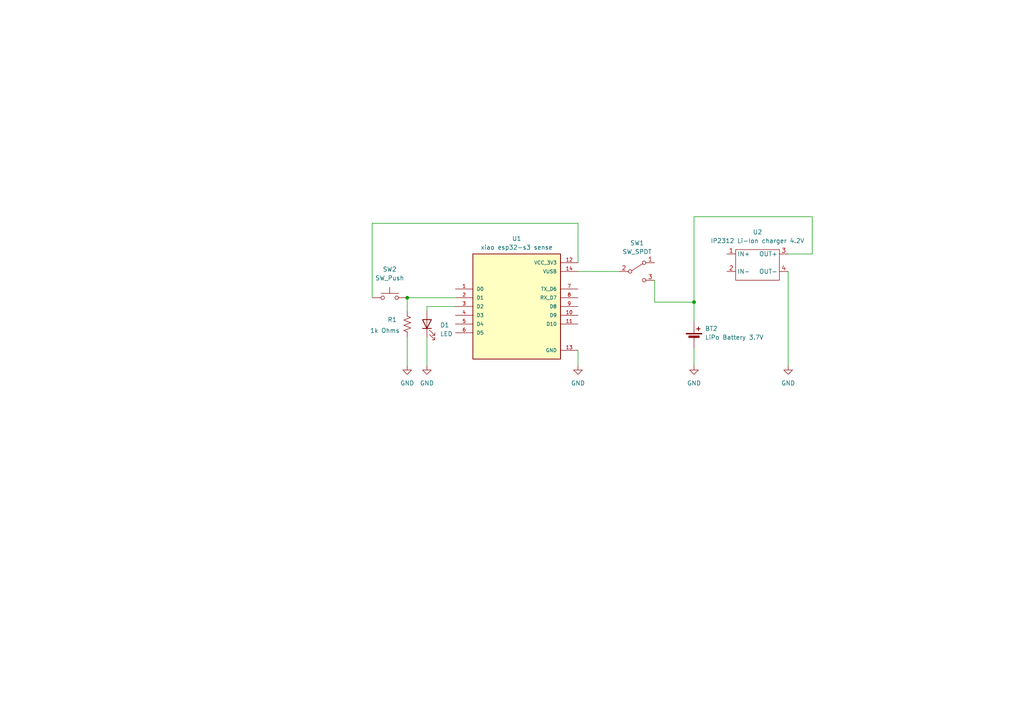
<source format=kicad_sch>
(kicad_sch (version 20230121) (generator eeschema)

  (uuid 219c9ea1-9413-4873-ad3f-3b11d0c39f76)

  (paper "A4")

  (lib_symbols
    (symbol "113991054:113991054" (pin_names (offset 1.016)) (in_bom yes) (on_board yes)
      (property "Reference" "U" (at -12.7 16.002 0)
        (effects (font (size 1.27 1.27)) (justify left bottom))
      )
      (property "Value" "113991054" (at -12.7 -17.78 0)
        (effects (font (size 1.27 1.27)) (justify left bottom))
      )
      (property "Footprint" "113991054:MODULE_113991054" (at 0 0 0)
        (effects (font (size 1.27 1.27)) (justify bottom) hide)
      )
      (property "Datasheet" "" (at 0 0 0)
        (effects (font (size 1.27 1.27)) hide)
      )
      (property "MF" "Seeed Technology Co., Ltd" (at 0 0 0)
        (effects (font (size 1.27 1.27)) (justify bottom) hide)
      )
      (property "MAXIMUM_PACKAGE_HEIGHT" "N/A" (at 0 0 0)
        (effects (font (size 1.27 1.27)) (justify bottom) hide)
      )
      (property "Package" "None" (at 0 0 0)
        (effects (font (size 1.27 1.27)) (justify bottom) hide)
      )
      (property "Price" "None" (at 0 0 0)
        (effects (font (size 1.27 1.27)) (justify bottom) hide)
      )
      (property "Check_prices" "https://www.snapeda.com/parts/113991054/Seeed+Studio/view-part/?ref=eda" (at 0 0 0)
        (effects (font (size 1.27 1.27)) (justify bottom) hide)
      )
      (property "STANDARD" "Manufacturer Recommendations" (at 0 0 0)
        (effects (font (size 1.27 1.27)) (justify bottom) hide)
      )
      (property "PARTREV" "23/05/2022" (at 0 0 0)
        (effects (font (size 1.27 1.27)) (justify bottom) hide)
      )
      (property "SnapEDA_Link" "https://www.snapeda.com/parts/113991054/Seeed+Studio/view-part/?ref=snap" (at 0 0 0)
        (effects (font (size 1.27 1.27)) (justify bottom) hide)
      )
      (property "MP" "113991054" (at 0 0 0)
        (effects (font (size 1.27 1.27)) (justify bottom) hide)
      )
      (property "Purchase-URL" "https://www.snapeda.com/api/url_track_click_mouser/?unipart_id=12200757&manufacturer=Seeed Technology Co., Ltd&part_name=113991054&search_term=None" (at 0 0 0)
        (effects (font (size 1.27 1.27)) (justify bottom) hide)
      )
      (property "Description" "\n                        \n                            - ESP32-C3 Transceiver; 802.11 a/b/g/n (Wi-Fi, WiFi, WLAN), Bluetooth® Smart 4.x Low Energy (BLE) 2.4GHz Evaluation Board\n                        \n" (at 0 0 0)
        (effects (font (size 1.27 1.27)) (justify bottom) hide)
      )
      (property "SNAPEDA_PN" "113991054" (at 0 0 0)
        (effects (font (size 1.27 1.27)) (justify bottom) hide)
      )
      (property "Availability" "In Stock" (at 0 0 0)
        (effects (font (size 1.27 1.27)) (justify bottom) hide)
      )
      (property "MANUFACTURER" "Seeed Technology" (at 0 0 0)
        (effects (font (size 1.27 1.27)) (justify bottom) hide)
      )
      (symbol "113991054_0_0"
        (rectangle (start -12.7 -15.24) (end 12.7 15.24)
          (stroke (width 0.254) (type default))
          (fill (type background))
        )
        (pin bidirectional line (at -17.78 5.08 0) (length 5.08)
          (name "D0" (effects (font (size 1.016 1.016))))
          (number "1" (effects (font (size 1.016 1.016))))
        )
        (pin bidirectional line (at 17.78 -2.54 180) (length 5.08)
          (name "D9" (effects (font (size 1.016 1.016))))
          (number "10" (effects (font (size 1.016 1.016))))
        )
        (pin bidirectional line (at 17.78 -5.08 180) (length 5.08)
          (name "D10" (effects (font (size 1.016 1.016))))
          (number "11" (effects (font (size 1.016 1.016))))
        )
        (pin power_in line (at 17.78 12.7 180) (length 5.08)
          (name "VCC_3V3" (effects (font (size 1.016 1.016))))
          (number "12" (effects (font (size 1.016 1.016))))
        )
        (pin power_in line (at 17.78 -12.7 180) (length 5.08)
          (name "GND" (effects (font (size 1.016 1.016))))
          (number "13" (effects (font (size 1.016 1.016))))
        )
        (pin power_in line (at 17.78 10.16 180) (length 5.08)
          (name "VUSB" (effects (font (size 1.016 1.016))))
          (number "14" (effects (font (size 1.016 1.016))))
        )
        (pin bidirectional line (at -17.78 2.54 0) (length 5.08)
          (name "D1" (effects (font (size 1.016 1.016))))
          (number "2" (effects (font (size 1.016 1.016))))
        )
        (pin bidirectional line (at -17.78 0 0) (length 5.08)
          (name "D2" (effects (font (size 1.016 1.016))))
          (number "3" (effects (font (size 1.016 1.016))))
        )
        (pin bidirectional line (at -17.78 -2.54 0) (length 5.08)
          (name "D3" (effects (font (size 1.016 1.016))))
          (number "4" (effects (font (size 1.016 1.016))))
        )
        (pin bidirectional line (at -17.78 -5.08 0) (length 5.08)
          (name "D4" (effects (font (size 1.016 1.016))))
          (number "5" (effects (font (size 1.016 1.016))))
        )
        (pin bidirectional line (at -17.78 -7.62 0) (length 5.08)
          (name "D5" (effects (font (size 1.016 1.016))))
          (number "6" (effects (font (size 1.016 1.016))))
        )
        (pin bidirectional line (at 17.78 5.08 180) (length 5.08)
          (name "TX_D6" (effects (font (size 1.016 1.016))))
          (number "7" (effects (font (size 1.016 1.016))))
        )
        (pin bidirectional line (at 17.78 2.54 180) (length 5.08)
          (name "RX_D7" (effects (font (size 1.016 1.016))))
          (number "8" (effects (font (size 1.016 1.016))))
        )
        (pin bidirectional line (at 17.78 0 180) (length 5.08)
          (name "D8" (effects (font (size 1.016 1.016))))
          (number "9" (effects (font (size 1.016 1.016))))
        )
      )
    )
    (symbol "Device:Battery_Cell" (pin_numbers hide) (pin_names (offset 0) hide) (in_bom yes) (on_board yes)
      (property "Reference" "BT" (at 2.54 2.54 0)
        (effects (font (size 1.27 1.27)) (justify left))
      )
      (property "Value" "Battery_Cell" (at 2.54 0 0)
        (effects (font (size 1.27 1.27)) (justify left))
      )
      (property "Footprint" "" (at 0 1.524 90)
        (effects (font (size 1.27 1.27)) hide)
      )
      (property "Datasheet" "~" (at 0 1.524 90)
        (effects (font (size 1.27 1.27)) hide)
      )
      (property "ki_keywords" "battery cell" (at 0 0 0)
        (effects (font (size 1.27 1.27)) hide)
      )
      (property "ki_description" "Single-cell battery" (at 0 0 0)
        (effects (font (size 1.27 1.27)) hide)
      )
      (symbol "Battery_Cell_0_1"
        (rectangle (start -2.286 1.778) (end 2.286 1.524)
          (stroke (width 0) (type default))
          (fill (type outline))
        )
        (rectangle (start -1.524 1.016) (end 1.524 0.508)
          (stroke (width 0) (type default))
          (fill (type outline))
        )
        (polyline
          (pts
            (xy 0 0.762)
            (xy 0 0)
          )
          (stroke (width 0) (type default))
          (fill (type none))
        )
        (polyline
          (pts
            (xy 0 1.778)
            (xy 0 2.54)
          )
          (stroke (width 0) (type default))
          (fill (type none))
        )
        (polyline
          (pts
            (xy 0.762 3.048)
            (xy 1.778 3.048)
          )
          (stroke (width 0.254) (type default))
          (fill (type none))
        )
        (polyline
          (pts
            (xy 1.27 3.556)
            (xy 1.27 2.54)
          )
          (stroke (width 0.254) (type default))
          (fill (type none))
        )
      )
      (symbol "Battery_Cell_1_1"
        (pin passive line (at 0 5.08 270) (length 2.54)
          (name "+" (effects (font (size 1.27 1.27))))
          (number "1" (effects (font (size 1.27 1.27))))
        )
        (pin passive line (at 0 -2.54 90) (length 2.54)
          (name "-" (effects (font (size 1.27 1.27))))
          (number "2" (effects (font (size 1.27 1.27))))
        )
      )
    )
    (symbol "Device:LED" (pin_numbers hide) (pin_names (offset 1.016) hide) (in_bom yes) (on_board yes)
      (property "Reference" "D" (at 0 2.54 0)
        (effects (font (size 1.27 1.27)))
      )
      (property "Value" "LED" (at 0 -2.54 0)
        (effects (font (size 1.27 1.27)))
      )
      (property "Footprint" "" (at 0 0 0)
        (effects (font (size 1.27 1.27)) hide)
      )
      (property "Datasheet" "~" (at 0 0 0)
        (effects (font (size 1.27 1.27)) hide)
      )
      (property "ki_keywords" "LED diode" (at 0 0 0)
        (effects (font (size 1.27 1.27)) hide)
      )
      (property "ki_description" "Light emitting diode" (at 0 0 0)
        (effects (font (size 1.27 1.27)) hide)
      )
      (property "ki_fp_filters" "LED* LED_SMD:* LED_THT:*" (at 0 0 0)
        (effects (font (size 1.27 1.27)) hide)
      )
      (symbol "LED_0_1"
        (polyline
          (pts
            (xy -1.27 -1.27)
            (xy -1.27 1.27)
          )
          (stroke (width 0.254) (type default))
          (fill (type none))
        )
        (polyline
          (pts
            (xy -1.27 0)
            (xy 1.27 0)
          )
          (stroke (width 0) (type default))
          (fill (type none))
        )
        (polyline
          (pts
            (xy 1.27 -1.27)
            (xy 1.27 1.27)
            (xy -1.27 0)
            (xy 1.27 -1.27)
          )
          (stroke (width 0.254) (type default))
          (fill (type none))
        )
        (polyline
          (pts
            (xy -3.048 -0.762)
            (xy -4.572 -2.286)
            (xy -3.81 -2.286)
            (xy -4.572 -2.286)
            (xy -4.572 -1.524)
          )
          (stroke (width 0) (type default))
          (fill (type none))
        )
        (polyline
          (pts
            (xy -1.778 -0.762)
            (xy -3.302 -2.286)
            (xy -2.54 -2.286)
            (xy -3.302 -2.286)
            (xy -3.302 -1.524)
          )
          (stroke (width 0) (type default))
          (fill (type none))
        )
      )
      (symbol "LED_1_1"
        (pin passive line (at -3.81 0 0) (length 2.54)
          (name "K" (effects (font (size 1.27 1.27))))
          (number "1" (effects (font (size 1.27 1.27))))
        )
        (pin passive line (at 3.81 0 180) (length 2.54)
          (name "A" (effects (font (size 1.27 1.27))))
          (number "2" (effects (font (size 1.27 1.27))))
        )
      )
    )
    (symbol "Device:R_US" (pin_numbers hide) (pin_names (offset 0)) (in_bom yes) (on_board yes)
      (property "Reference" "R" (at 2.54 0 90)
        (effects (font (size 1.27 1.27)))
      )
      (property "Value" "R_US" (at -2.54 0 90)
        (effects (font (size 1.27 1.27)))
      )
      (property "Footprint" "" (at 1.016 -0.254 90)
        (effects (font (size 1.27 1.27)) hide)
      )
      (property "Datasheet" "~" (at 0 0 0)
        (effects (font (size 1.27 1.27)) hide)
      )
      (property "ki_keywords" "R res resistor" (at 0 0 0)
        (effects (font (size 1.27 1.27)) hide)
      )
      (property "ki_description" "Resistor, US symbol" (at 0 0 0)
        (effects (font (size 1.27 1.27)) hide)
      )
      (property "ki_fp_filters" "R_*" (at 0 0 0)
        (effects (font (size 1.27 1.27)) hide)
      )
      (symbol "R_US_0_1"
        (polyline
          (pts
            (xy 0 -2.286)
            (xy 0 -2.54)
          )
          (stroke (width 0) (type default))
          (fill (type none))
        )
        (polyline
          (pts
            (xy 0 2.286)
            (xy 0 2.54)
          )
          (stroke (width 0) (type default))
          (fill (type none))
        )
        (polyline
          (pts
            (xy 0 -0.762)
            (xy 1.016 -1.143)
            (xy 0 -1.524)
            (xy -1.016 -1.905)
            (xy 0 -2.286)
          )
          (stroke (width 0) (type default))
          (fill (type none))
        )
        (polyline
          (pts
            (xy 0 0.762)
            (xy 1.016 0.381)
            (xy 0 0)
            (xy -1.016 -0.381)
            (xy 0 -0.762)
          )
          (stroke (width 0) (type default))
          (fill (type none))
        )
        (polyline
          (pts
            (xy 0 2.286)
            (xy 1.016 1.905)
            (xy 0 1.524)
            (xy -1.016 1.143)
            (xy 0 0.762)
          )
          (stroke (width 0) (type default))
          (fill (type none))
        )
      )
      (symbol "R_US_1_1"
        (pin passive line (at 0 3.81 270) (length 1.27)
          (name "~" (effects (font (size 1.27 1.27))))
          (number "1" (effects (font (size 1.27 1.27))))
        )
        (pin passive line (at 0 -3.81 90) (length 1.27)
          (name "~" (effects (font (size 1.27 1.27))))
          (number "2" (effects (font (size 1.27 1.27))))
        )
      )
    )
    (symbol "Switch:SW_Push" (pin_numbers hide) (pin_names (offset 1.016) hide) (in_bom yes) (on_board yes)
      (property "Reference" "SW" (at 1.27 2.54 0)
        (effects (font (size 1.27 1.27)) (justify left))
      )
      (property "Value" "SW_Push" (at 0 -1.524 0)
        (effects (font (size 1.27 1.27)))
      )
      (property "Footprint" "" (at 0 5.08 0)
        (effects (font (size 1.27 1.27)) hide)
      )
      (property "Datasheet" "~" (at 0 5.08 0)
        (effects (font (size 1.27 1.27)) hide)
      )
      (property "ki_keywords" "switch normally-open pushbutton push-button" (at 0 0 0)
        (effects (font (size 1.27 1.27)) hide)
      )
      (property "ki_description" "Push button switch, generic, two pins" (at 0 0 0)
        (effects (font (size 1.27 1.27)) hide)
      )
      (symbol "SW_Push_0_1"
        (circle (center -2.032 0) (radius 0.508)
          (stroke (width 0) (type default))
          (fill (type none))
        )
        (polyline
          (pts
            (xy 0 1.27)
            (xy 0 3.048)
          )
          (stroke (width 0) (type default))
          (fill (type none))
        )
        (polyline
          (pts
            (xy 2.54 1.27)
            (xy -2.54 1.27)
          )
          (stroke (width 0) (type default))
          (fill (type none))
        )
        (circle (center 2.032 0) (radius 0.508)
          (stroke (width 0) (type default))
          (fill (type none))
        )
        (pin passive line (at -5.08 0 0) (length 2.54)
          (name "1" (effects (font (size 1.27 1.27))))
          (number "1" (effects (font (size 1.27 1.27))))
        )
        (pin passive line (at 5.08 0 180) (length 2.54)
          (name "2" (effects (font (size 1.27 1.27))))
          (number "2" (effects (font (size 1.27 1.27))))
        )
      )
    )
    (symbol "Switch:SW_SPDT" (pin_names (offset 0) hide) (in_bom yes) (on_board yes)
      (property "Reference" "SW" (at 0 4.318 0)
        (effects (font (size 1.27 1.27)))
      )
      (property "Value" "SW_SPDT" (at 0 -5.08 0)
        (effects (font (size 1.27 1.27)))
      )
      (property "Footprint" "" (at 0 0 0)
        (effects (font (size 1.27 1.27)) hide)
      )
      (property "Datasheet" "~" (at 0 0 0)
        (effects (font (size 1.27 1.27)) hide)
      )
      (property "ki_keywords" "switch single-pole double-throw spdt ON-ON" (at 0 0 0)
        (effects (font (size 1.27 1.27)) hide)
      )
      (property "ki_description" "Switch, single pole double throw" (at 0 0 0)
        (effects (font (size 1.27 1.27)) hide)
      )
      (symbol "SW_SPDT_0_0"
        (circle (center -2.032 0) (radius 0.508)
          (stroke (width 0) (type default))
          (fill (type none))
        )
        (circle (center 2.032 -2.54) (radius 0.508)
          (stroke (width 0) (type default))
          (fill (type none))
        )
      )
      (symbol "SW_SPDT_0_1"
        (polyline
          (pts
            (xy -1.524 0.254)
            (xy 1.651 2.286)
          )
          (stroke (width 0) (type default))
          (fill (type none))
        )
        (circle (center 2.032 2.54) (radius 0.508)
          (stroke (width 0) (type default))
          (fill (type none))
        )
      )
      (symbol "SW_SPDT_1_1"
        (pin passive line (at 5.08 2.54 180) (length 2.54)
          (name "A" (effects (font (size 1.27 1.27))))
          (number "1" (effects (font (size 1.27 1.27))))
        )
        (pin passive line (at -5.08 0 0) (length 2.54)
          (name "B" (effects (font (size 1.27 1.27))))
          (number "2" (effects (font (size 1.27 1.27))))
        )
        (pin passive line (at 5.08 -2.54 180) (length 2.54)
          (name "C" (effects (font (size 1.27 1.27))))
          (number "3" (effects (font (size 1.27 1.27))))
        )
      )
    )
    (symbol "li-ion_charger:IP2312_Li-Ion_charger" (in_bom yes) (on_board yes)
      (property "Reference" "U2" (at 6.35 5.08 0)
        (effects (font (size 1.27 1.27)))
      )
      (property "Value" "IP2312 Li-Ion charger" (at 6.35 2.54 0)
        (effects (font (size 1.27 1.27)))
      )
      (property "Footprint" "Battery:BatteryHolder_Keystone_2460_1xAA" (at 0 0 0)
        (effects (font (size 1.27 1.27)) hide)
      )
      (property "Datasheet" "https://content.instructables.com/FS2/HCLI/LSONTNOT/FS2HCLILSONTNOT.pdf" (at 0 0 0)
        (effects (font (size 1.27 1.27)) hide)
      )
      (property "ki_keywords" "IP2312, Li-Ion, Li-Po, battery, charger" (at 0 0 0)
        (effects (font (size 1.27 1.27)) hide)
      )
      (symbol "IP2312_Li-Ion_charger_0_1"
        (rectangle (start 0 0) (end 12.7 -8.89)
          (stroke (width 0) (type default))
          (fill (type none))
        )
      )
      (symbol "IP2312_Li-Ion_charger_1_1"
        (pin input line (at -2.54 -1.27 0) (length 2.54)
          (name "IN+" (effects (font (size 1.27 1.27))))
          (number "1" (effects (font (size 1.27 1.27))))
        )
        (pin input line (at -2.54 -6.35 0) (length 2.54)
          (name "IN-" (effects (font (size 1.27 1.27))))
          (number "2" (effects (font (size 1.27 1.27))))
        )
        (pin output line (at 15.24 -1.27 180) (length 2.54)
          (name "OUT+" (effects (font (size 1.27 1.27))))
          (number "3" (effects (font (size 1.27 1.27))))
        )
        (pin output line (at 15.24 -6.35 180) (length 2.54)
          (name "OUT-" (effects (font (size 1.27 1.27))))
          (number "4" (effects (font (size 1.27 1.27))))
        )
      )
    )
    (symbol "power:GND" (power) (pin_names (offset 0)) (in_bom yes) (on_board yes)
      (property "Reference" "#PWR" (at 0 -6.35 0)
        (effects (font (size 1.27 1.27)) hide)
      )
      (property "Value" "GND" (at 0 -3.81 0)
        (effects (font (size 1.27 1.27)))
      )
      (property "Footprint" "" (at 0 0 0)
        (effects (font (size 1.27 1.27)) hide)
      )
      (property "Datasheet" "" (at 0 0 0)
        (effects (font (size 1.27 1.27)) hide)
      )
      (property "ki_keywords" "global power" (at 0 0 0)
        (effects (font (size 1.27 1.27)) hide)
      )
      (property "ki_description" "Power symbol creates a global label with name \"GND\" , ground" (at 0 0 0)
        (effects (font (size 1.27 1.27)) hide)
      )
      (symbol "GND_0_1"
        (polyline
          (pts
            (xy 0 0)
            (xy 0 -1.27)
            (xy 1.27 -1.27)
            (xy 0 -2.54)
            (xy -1.27 -1.27)
            (xy 0 -1.27)
          )
          (stroke (width 0) (type default))
          (fill (type none))
        )
      )
      (symbol "GND_1_1"
        (pin power_in line (at 0 0 270) (length 0) hide
          (name "GND" (effects (font (size 1.27 1.27))))
          (number "1" (effects (font (size 1.27 1.27))))
        )
      )
    )
  )

  (junction (at 201.295 87.63) (diameter 0) (color 0 0 0 0)
    (uuid 0b4897b8-e919-4703-b16c-16767c941dec)
  )
  (junction (at 118.11 86.36) (diameter 0) (color 0 0 0 0)
    (uuid 2313ea98-21e7-409a-8193-9e7386209f80)
  )

  (wire (pts (xy 167.64 64.77) (xy 167.64 76.2))
    (stroke (width 0) (type default))
    (uuid 05a8d8f4-e389-4afd-a278-8d1d7ae517af)
  )
  (wire (pts (xy 123.825 88.9) (xy 123.825 90.17))
    (stroke (width 0) (type default))
    (uuid 2c0d9465-e524-4644-8f80-488bef5eafc3)
  )
  (wire (pts (xy 118.11 97.79) (xy 118.11 106.045))
    (stroke (width 0) (type default))
    (uuid 344b6f52-fe55-4fd6-8f5d-b5570bd43093)
  )
  (wire (pts (xy 167.64 64.77) (xy 107.95 64.77))
    (stroke (width 0) (type default))
    (uuid 3fe6350f-87c0-4d0d-8dc4-582ca8e1cb40)
  )
  (wire (pts (xy 235.585 62.865) (xy 201.295 62.865))
    (stroke (width 0) (type default))
    (uuid 42f8369a-bd78-409f-b8d3-3e164187d935)
  )
  (wire (pts (xy 201.295 62.865) (xy 201.295 87.63))
    (stroke (width 0) (type default))
    (uuid 4c83a7b7-6675-4b17-ac8e-df7fab5c7e12)
  )
  (wire (pts (xy 228.6 78.74) (xy 228.6 106.045))
    (stroke (width 0) (type default))
    (uuid 76e5040f-c688-4703-ae23-883f3ade987c)
  )
  (wire (pts (xy 132.08 88.9) (xy 123.825 88.9))
    (stroke (width 0) (type default))
    (uuid 7f521424-96a9-4868-b70b-129381527b96)
  )
  (wire (pts (xy 132.08 86.36) (xy 118.11 86.36))
    (stroke (width 0) (type default))
    (uuid 88b59448-8a05-4c2f-aa41-ca36c55ff730)
  )
  (wire (pts (xy 189.865 81.28) (xy 189.865 87.63))
    (stroke (width 0) (type default))
    (uuid b15bfe77-497d-43bc-ae6f-47f2ddc7f382)
  )
  (wire (pts (xy 167.64 78.74) (xy 179.705 78.74))
    (stroke (width 0) (type default))
    (uuid b8104ee0-5380-4d98-b7e2-2483cbac1da2)
  )
  (wire (pts (xy 235.585 73.66) (xy 235.585 62.865))
    (stroke (width 0) (type default))
    (uuid b97aaa9e-3894-4bbf-a14c-0ae7b2fc268a)
  )
  (wire (pts (xy 201.295 87.63) (xy 189.865 87.63))
    (stroke (width 0) (type default))
    (uuid ba844b3e-6f51-4759-ab5c-70319bae3856)
  )
  (wire (pts (xy 118.11 86.36) (xy 118.11 90.17))
    (stroke (width 0) (type default))
    (uuid bce36dc8-4032-44c9-9c11-26ed8b67c154)
  )
  (wire (pts (xy 228.6 73.66) (xy 235.585 73.66))
    (stroke (width 0) (type default))
    (uuid c16aba21-a4e5-4cd3-86f6-29c1276e5f14)
  )
  (wire (pts (xy 201.295 93.345) (xy 201.295 87.63))
    (stroke (width 0) (type default))
    (uuid c2cb0706-d697-4fdc-a417-f3b6bf76064f)
  )
  (wire (pts (xy 107.95 64.77) (xy 107.95 86.36))
    (stroke (width 0) (type default))
    (uuid d038694e-ef2f-4672-9eb9-877a671cf500)
  )
  (wire (pts (xy 167.64 101.6) (xy 167.64 106.045))
    (stroke (width 0) (type default))
    (uuid e020ebd4-15e9-4b17-b66a-a55eba5def3e)
  )
  (wire (pts (xy 123.825 97.79) (xy 123.825 106.045))
    (stroke (width 0) (type default))
    (uuid e1af8d60-c8f8-4ca6-bcab-bed4c6a0db90)
  )
  (wire (pts (xy 201.295 100.965) (xy 201.295 106.045))
    (stroke (width 0) (type default))
    (uuid e2c9f9cf-64e8-4bcb-bfcc-d39e83f378d3)
  )

  (symbol (lib_id "li-ion_charger:IP2312_Li-Ion_charger") (at 213.36 72.39 0) (unit 1)
    (in_bom yes) (on_board yes) (dnp no) (fields_autoplaced)
    (uuid 093e5be7-f790-4718-ba14-c0d5fd5d0175)
    (property "Reference" "U2" (at 219.71 67.31 0)
      (effects (font (size 1.27 1.27)))
    )
    (property "Value" "IP2312 Li-Ion charger 4.2V" (at 219.71 69.85 0)
      (effects (font (size 1.27 1.27)))
    )
    (property "Footprint" "Battery:BatteryHolder_Keystone_2460_1xAA" (at 213.36 72.39 0)
      (effects (font (size 1.27 1.27)) hide)
    )
    (property "Datasheet" "https://content.instructables.com/FS2/HCLI/LSONTNOT/FS2HCLILSONTNOT.pdf" (at 213.36 72.39 0)
      (effects (font (size 1.27 1.27)) hide)
    )
    (pin "1" (uuid dd80938c-3733-4b94-a2b4-d505fc54e475))
    (pin "2" (uuid 386560b3-964f-4124-b167-bfdf00ab2832))
    (pin "3" (uuid 58b4e54b-5490-4a8f-bf4e-f94e1b54a217))
    (pin "4" (uuid ebfba640-3b20-45ab-aba3-2dc9eac8196e))
    (instances
      (project "yay"
        (path "/219c9ea1-9413-4873-ad3f-3b11d0c39f76"
          (reference "U2") (unit 1)
        )
      )
    )
  )

  (symbol (lib_id "Device:LED") (at 123.825 93.98 90) (unit 1)
    (in_bom yes) (on_board yes) (dnp no) (fields_autoplaced)
    (uuid 127d2ca4-b89b-4fd5-8b20-31064c37cca3)
    (property "Reference" "D1" (at 127.635 94.2975 90)
      (effects (font (size 1.27 1.27)) (justify right))
    )
    (property "Value" "LED" (at 127.635 96.8375 90)
      (effects (font (size 1.27 1.27)) (justify right))
    )
    (property "Footprint" "" (at 123.825 93.98 0)
      (effects (font (size 1.27 1.27)) hide)
    )
    (property "Datasheet" "~" (at 123.825 93.98 0)
      (effects (font (size 1.27 1.27)) hide)
    )
    (pin "1" (uuid 99e21380-5288-474a-977f-3bc0569aa7ff))
    (pin "2" (uuid 5b034383-2cbf-4903-8a0c-0e6644a7337c))
    (instances
      (project "yay"
        (path "/219c9ea1-9413-4873-ad3f-3b11d0c39f76"
          (reference "D1") (unit 1)
        )
      )
    )
  )

  (symbol (lib_id "power:GND") (at 167.64 106.045 0) (unit 1)
    (in_bom yes) (on_board yes) (dnp no) (fields_autoplaced)
    (uuid 160422c0-837b-4b45-aaec-8938c7bb44cb)
    (property "Reference" "#PWR03" (at 167.64 112.395 0)
      (effects (font (size 1.27 1.27)) hide)
    )
    (property "Value" "GND" (at 167.64 111.125 0)
      (effects (font (size 1.27 1.27)))
    )
    (property "Footprint" "" (at 167.64 106.045 0)
      (effects (font (size 1.27 1.27)) hide)
    )
    (property "Datasheet" "" (at 167.64 106.045 0)
      (effects (font (size 1.27 1.27)) hide)
    )
    (pin "1" (uuid dbd2fcff-265c-40c1-859c-0abc53aa1cc2))
    (instances
      (project "yay"
        (path "/219c9ea1-9413-4873-ad3f-3b11d0c39f76"
          (reference "#PWR03") (unit 1)
        )
      )
    )
  )

  (symbol (lib_id "power:GND") (at 201.295 106.045 0) (unit 1)
    (in_bom yes) (on_board yes) (dnp no) (fields_autoplaced)
    (uuid 2711523e-bb95-4348-bcbc-e5c5703106be)
    (property "Reference" "#PWR01" (at 201.295 112.395 0)
      (effects (font (size 1.27 1.27)) hide)
    )
    (property "Value" "GND" (at 201.295 111.125 0)
      (effects (font (size 1.27 1.27)))
    )
    (property "Footprint" "" (at 201.295 106.045 0)
      (effects (font (size 1.27 1.27)) hide)
    )
    (property "Datasheet" "" (at 201.295 106.045 0)
      (effects (font (size 1.27 1.27)) hide)
    )
    (pin "1" (uuid dbc6980f-7d53-47bf-b65a-100c10a5d9cf))
    (instances
      (project "yay"
        (path "/219c9ea1-9413-4873-ad3f-3b11d0c39f76"
          (reference "#PWR01") (unit 1)
        )
      )
    )
  )

  (symbol (lib_id "power:GND") (at 228.6 106.045 0) (unit 1)
    (in_bom yes) (on_board yes) (dnp no) (fields_autoplaced)
    (uuid 510ba740-4d4f-405f-8f8b-91c2da1242ae)
    (property "Reference" "#PWR04" (at 228.6 112.395 0)
      (effects (font (size 1.27 1.27)) hide)
    )
    (property "Value" "GND" (at 228.6 111.125 0)
      (effects (font (size 1.27 1.27)))
    )
    (property "Footprint" "" (at 228.6 106.045 0)
      (effects (font (size 1.27 1.27)) hide)
    )
    (property "Datasheet" "" (at 228.6 106.045 0)
      (effects (font (size 1.27 1.27)) hide)
    )
    (pin "1" (uuid 9aa097b3-72c5-449f-b34f-805330f0ad21))
    (instances
      (project "yay"
        (path "/219c9ea1-9413-4873-ad3f-3b11d0c39f76"
          (reference "#PWR04") (unit 1)
        )
      )
    )
  )

  (symbol (lib_id "113991054:113991054") (at 149.86 88.9 0) (unit 1)
    (in_bom yes) (on_board yes) (dnp no)
    (uuid 5ace3d2b-8d69-4d59-9d9d-12dde805af30)
    (property "Reference" "U1" (at 149.86 69.215 0)
      (effects (font (size 1.27 1.27)))
    )
    (property "Value" "xiao esp32-s3 sense" (at 149.86 71.755 0)
      (effects (font (size 1.27 1.27)))
    )
    (property "Footprint" "113991054:MODULE_113991054" (at 149.86 88.9 0)
      (effects (font (size 1.27 1.27)) (justify bottom) hide)
    )
    (property "Datasheet" "" (at 149.86 88.9 0)
      (effects (font (size 1.27 1.27)) hide)
    )
    (property "MF" "Seeed Technology Co., Ltd" (at 149.86 88.9 0)
      (effects (font (size 1.27 1.27)) (justify bottom) hide)
    )
    (property "MAXIMUM_PACKAGE_HEIGHT" "N/A" (at 149.86 88.9 0)
      (effects (font (size 1.27 1.27)) (justify bottom) hide)
    )
    (property "Package" "None" (at 149.86 88.9 0)
      (effects (font (size 1.27 1.27)) (justify bottom) hide)
    )
    (property "Price" "None" (at 149.86 88.9 0)
      (effects (font (size 1.27 1.27)) (justify bottom) hide)
    )
    (property "Check_prices" "https://www.snapeda.com/parts/113991054/Seeed+Studio/view-part/?ref=eda" (at 149.86 88.9 0)
      (effects (font (size 1.27 1.27)) (justify bottom) hide)
    )
    (property "STANDARD" "Manufacturer Recommendations" (at 149.86 88.9 0)
      (effects (font (size 1.27 1.27)) (justify bottom) hide)
    )
    (property "PARTREV" "23/05/2022" (at 149.86 88.9 0)
      (effects (font (size 1.27 1.27)) (justify bottom) hide)
    )
    (property "SnapEDA_Link" "https://www.snapeda.com/parts/113991054/Seeed+Studio/view-part/?ref=snap" (at 149.86 88.9 0)
      (effects (font (size 1.27 1.27)) (justify bottom) hide)
    )
    (property "MP" "113991054" (at 149.86 88.9 0)
      (effects (font (size 1.27 1.27)) (justify bottom) hide)
    )
    (property "Purchase-URL" "https://www.snapeda.com/api/url_track_click_mouser/?unipart_id=12200757&manufacturer=Seeed Technology Co., Ltd&part_name=113991054&search_term=None" (at 149.86 88.9 0)
      (effects (font (size 1.27 1.27)) (justify bottom) hide)
    )
    (property "Description" "\n                        \n                            - ESP32-C3 Transceiver; 802.11 a/b/g/n (Wi-Fi, WiFi, WLAN), Bluetooth® Smart 4.x Low Energy (BLE) 2.4GHz Evaluation Board\n                        \n" (at 149.86 88.9 0)
      (effects (font (size 1.27 1.27)) (justify bottom) hide)
    )
    (property "SNAPEDA_PN" "113991054" (at 149.86 88.9 0)
      (effects (font (size 1.27 1.27)) (justify bottom) hide)
    )
    (property "Availability" "In Stock" (at 149.86 88.9 0)
      (effects (font (size 1.27 1.27)) (justify bottom) hide)
    )
    (property "MANUFACTURER" "Seeed Technology" (at 149.86 88.9 0)
      (effects (font (size 1.27 1.27)) (justify bottom) hide)
    )
    (pin "1" (uuid 42a1f13b-04e2-4917-844e-b1d0a969a3c7))
    (pin "10" (uuid cb450c79-8657-4748-b7dc-0092b8a98bd2))
    (pin "11" (uuid 674dc4c9-3880-4479-b2bd-058f8c9399f2))
    (pin "12" (uuid a4cd54bf-3554-4507-899b-ef7f60d9b0d7))
    (pin "13" (uuid 6c8ff2e8-16eb-4aa5-b014-58196e280d58))
    (pin "14" (uuid dad303a9-38d7-4086-a3b6-4defc8dea290))
    (pin "2" (uuid b421cfa1-127a-4c9c-a428-f1c06f02651b))
    (pin "3" (uuid 4c4f15bb-915f-47a0-80b6-4274e199fb75))
    (pin "4" (uuid 74be239f-7914-4aad-a91e-eea1192c0450))
    (pin "5" (uuid 86e8301a-7e5c-4427-a2ef-2ec33525039b))
    (pin "6" (uuid 3c439d17-4e79-40c5-876c-08c4d1fefb3e))
    (pin "7" (uuid 21e842bb-1620-4cbb-8151-c86786848f75))
    (pin "8" (uuid 486f18d9-d745-4a5b-9d3f-36b0217a62b5))
    (pin "9" (uuid c560b813-1928-4f22-b996-4c134a4306e3))
    (instances
      (project "yay"
        (path "/219c9ea1-9413-4873-ad3f-3b11d0c39f76"
          (reference "U1") (unit 1)
        )
      )
    )
  )

  (symbol (lib_id "Switch:SW_SPDT") (at 184.785 78.74 0) (unit 1)
    (in_bom yes) (on_board yes) (dnp no) (fields_autoplaced)
    (uuid b06c1af0-2c07-4b83-82ca-16687e8ce239)
    (property "Reference" "SW1" (at 184.785 70.485 0)
      (effects (font (size 1.27 1.27)))
    )
    (property "Value" "SW_SPDT" (at 184.785 73.025 0)
      (effects (font (size 1.27 1.27)))
    )
    (property "Footprint" "" (at 184.785 78.74 0)
      (effects (font (size 1.27 1.27)) hide)
    )
    (property "Datasheet" "~" (at 184.785 78.74 0)
      (effects (font (size 1.27 1.27)) hide)
    )
    (pin "1" (uuid 87f3a57d-f0a3-47d5-b591-974aa3d62b38))
    (pin "2" (uuid 57bc6381-f6f4-44f0-8270-65fa6551f2bf))
    (pin "3" (uuid bc4c2ab6-adb6-4b55-b14f-43de031d7bd5))
    (instances
      (project "yay"
        (path "/219c9ea1-9413-4873-ad3f-3b11d0c39f76"
          (reference "SW1") (unit 1)
        )
      )
    )
  )

  (symbol (lib_id "power:GND") (at 118.11 106.045 0) (unit 1)
    (in_bom yes) (on_board yes) (dnp no) (fields_autoplaced)
    (uuid ce251774-c464-492d-a4d9-75b735a718f7)
    (property "Reference" "#PWR02" (at 118.11 112.395 0)
      (effects (font (size 1.27 1.27)) hide)
    )
    (property "Value" "GND" (at 118.11 111.125 0)
      (effects (font (size 1.27 1.27)))
    )
    (property "Footprint" "" (at 118.11 106.045 0)
      (effects (font (size 1.27 1.27)) hide)
    )
    (property "Datasheet" "" (at 118.11 106.045 0)
      (effects (font (size 1.27 1.27)) hide)
    )
    (pin "1" (uuid 262a3763-f145-4ec3-8bc3-b5fe772a99c2))
    (instances
      (project "yay"
        (path "/219c9ea1-9413-4873-ad3f-3b11d0c39f76"
          (reference "#PWR02") (unit 1)
        )
      )
    )
  )

  (symbol (lib_id "power:GND") (at 123.825 106.045 0) (unit 1)
    (in_bom yes) (on_board yes) (dnp no) (fields_autoplaced)
    (uuid ce9d7fef-639a-4aa7-ab68-36b271d1de5f)
    (property "Reference" "#PWR05" (at 123.825 112.395 0)
      (effects (font (size 1.27 1.27)) hide)
    )
    (property "Value" "GND" (at 123.825 111.125 0)
      (effects (font (size 1.27 1.27)))
    )
    (property "Footprint" "" (at 123.825 106.045 0)
      (effects (font (size 1.27 1.27)) hide)
    )
    (property "Datasheet" "" (at 123.825 106.045 0)
      (effects (font (size 1.27 1.27)) hide)
    )
    (pin "1" (uuid 263a43d5-0a3a-46d2-91d7-cc11ef443658))
    (instances
      (project "yay"
        (path "/219c9ea1-9413-4873-ad3f-3b11d0c39f76"
          (reference "#PWR05") (unit 1)
        )
      )
    )
  )

  (symbol (lib_id "Device:R_US") (at 118.11 93.98 0) (unit 1)
    (in_bom yes) (on_board yes) (dnp no)
    (uuid d750691a-ff24-444b-a354-3d036ced0b07)
    (property "Reference" "R1" (at 112.395 92.71 0)
      (effects (font (size 1.27 1.27)) (justify left))
    )
    (property "Value" "1k Ohms" (at 107.315 95.885 0)
      (effects (font (size 1.27 1.27)) (justify left))
    )
    (property "Footprint" "" (at 119.126 94.234 90)
      (effects (font (size 1.27 1.27)) hide)
    )
    (property "Datasheet" "~" (at 118.11 93.98 0)
      (effects (font (size 1.27 1.27)) hide)
    )
    (pin "1" (uuid be17b1af-d785-446d-8dbc-8c2c80b863d1))
    (pin "2" (uuid 35930b3e-8169-4999-9457-01740a2374fc))
    (instances
      (project "yay"
        (path "/219c9ea1-9413-4873-ad3f-3b11d0c39f76"
          (reference "R1") (unit 1)
        )
      )
    )
  )

  (symbol (lib_id "Switch:SW_Push") (at 113.03 86.36 0) (unit 1)
    (in_bom yes) (on_board yes) (dnp no) (fields_autoplaced)
    (uuid df9db7e9-77c5-49e2-a8da-356617a74c81)
    (property "Reference" "SW2" (at 113.03 78.105 0)
      (effects (font (size 1.27 1.27)))
    )
    (property "Value" "SW_Push" (at 113.03 80.645 0)
      (effects (font (size 1.27 1.27)))
    )
    (property "Footprint" "" (at 113.03 81.28 0)
      (effects (font (size 1.27 1.27)) hide)
    )
    (property "Datasheet" "~" (at 113.03 81.28 0)
      (effects (font (size 1.27 1.27)) hide)
    )
    (pin "1" (uuid 035b75e9-9dab-4a0f-b4ba-fe2bee306354))
    (pin "2" (uuid c6d17520-db1d-47f2-ab24-30bc653d573d))
    (instances
      (project "yay"
        (path "/219c9ea1-9413-4873-ad3f-3b11d0c39f76"
          (reference "SW2") (unit 1)
        )
      )
    )
  )

  (symbol (lib_id "Device:Battery_Cell") (at 201.295 98.425 0) (unit 1)
    (in_bom yes) (on_board yes) (dnp no) (fields_autoplaced)
    (uuid efec4ea9-1af7-440c-995c-593fa5d6edbb)
    (property "Reference" "BT2" (at 204.47 95.3135 0)
      (effects (font (size 1.27 1.27)) (justify left))
    )
    (property "Value" "LiPo Battery 3.7V" (at 204.47 97.8535 0)
      (effects (font (size 1.27 1.27)) (justify left))
    )
    (property "Footprint" "" (at 201.295 96.901 90)
      (effects (font (size 1.27 1.27)) hide)
    )
    (property "Datasheet" "~" (at 201.295 96.901 90)
      (effects (font (size 1.27 1.27)) hide)
    )
    (pin "1" (uuid b9566b0e-d24f-4150-8a52-2e803bfd3475))
    (pin "2" (uuid 75370cce-1394-419c-b095-630080b97513))
    (instances
      (project "yay"
        (path "/219c9ea1-9413-4873-ad3f-3b11d0c39f76"
          (reference "BT2") (unit 1)
        )
      )
    )
  )

  (sheet_instances
    (path "/" (page "1"))
  )
)

</source>
